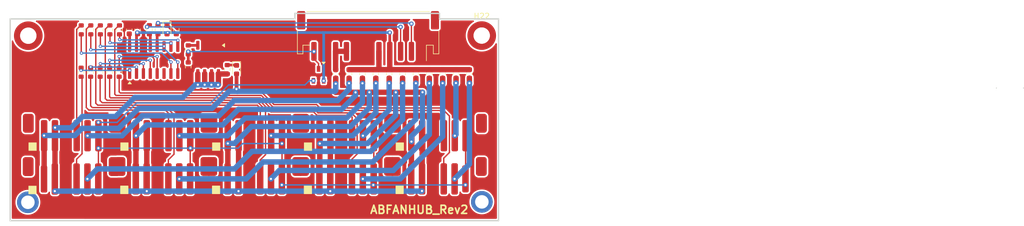
<source format=kicad_pcb>
(kicad_pcb (version 20211014) (generator pcbnew)
  (layers (0 "F.Cu" signal) (31 "B.Cu" signal) (34 "B.Paste" user) (35 "F.Paste" user) (36 "B.SilkS" user "B.Silkscreen") (37 "F.SilkS" user "F.Silkscreen") (38 "B.Mask" user) (39 "F.Mask" user) (44 "Edge.Cuts" user))
  (net 0 "")
  (net 1 "P31")
  (net 2 "P30")
  (net 3 "P33")
  (net 4 "GND")
  (net 5 "P11")
  (net 6 "P34")
  (net 7 "D+")
  (net 8 "P16")
  (net 9 "P17")
  (net 10 "V33")
  (net 11 "P32")
  (net 12 "P14")
  (net 13 "P15")
  (net 14 "+5V")
  (net 15 "G_FAN")
  (net 16 "STRIP10")
  (net 17 "STRIP9")
  (net 18 "STRIP8")
  (net 19 "STRIP7")
  (net 20 "STRIP6")
  (net 21 "STRIP5")
  (net 22 "STRIP4")
  (net 23 "STRIP3")
  (net 24 "STRIP2")
  (net 25 "STRIP1")
  (net 26 "+12VA")
  (net 27 "Net-(F1-Pad1)")
  (net 28 "Net-(F2-Pad1)")
  (net 29 "Net-(F3-Pad1)")
  (net 30 "Net-(F4-Pad1)")
  (net 31 "Net-(F5-Pad1)")
  (net 32 "Net-(F6-Pad1)")
  (net 33 "Net-(F7-Pad1)")
  (net 34 "Net-(F8-Pad1)")
  (net 35 "Net-(F9-Pad1)")
  (net 36 "Net-(F10-Pad1)")
  (net 37 "Net-(D3-Pad1)")
  (net 38 "Net-(D4-Pad1)")
  (net 39 "DM")
  (net 40 "PWM_Chasis")
  (net 41 "+12V")
  (net 42 "PWM_Out")
  (net 44 "DP")
  (net 45 "D-")
  (net 47 "PWM_Chasis_OUT")
  (footprint "PH2mm6P:JST_PH_B6B-PH-K_1x06_P2.00mm_Vertical" (layer "F.Cu") (at 179 74.39 180)
    (fp_text reference "J5" hide)
    (fp_text value "Conn_01x06")
  )
  (footprint "PH2mm6P:JST_PH_B6B-PH-K_1x06_P2.00mm_Vertical" (layer "F.Cu") (at 162.05 74.39 180)
    (fp_text reference "J6" hide)
    (fp_text value "Conn_01x06")
  )
  (footprint "PH2mm6P:JST_PH_B6B-PH-K_1x06_P2.00mm_Vertical" (layer "F.Cu") (at 145.1 74.39 180)
    (fp_text reference "J7" hide)
    (fp_text value "Conn_01x06")
  )
  (footprint "PH2mm6P:JST_PH_B6B-PH-K_1x06_P2.00mm_Vertical" (layer "F.Cu") (at 128.15 74.39 180)
    (fp_text reference "J8" hide)
    (fp_text value "Conn_01x06")
  )
  (footprint "PH2mm6P:JST_PH_B6B-PH-K_1x06_P2.00mm_Vertical" (layer "F.Cu") (at 111.2 74.415 180)
    (fp_text reference "J9" hide)
    (fp_text value "Conn_01x06")
  )
  (footprint "PH2mm6P:JST_PH_B6B-PH-K_1x06_P2.00mm_Vertical" (layer "F.Cu") (at 111.225 66.39 180)
    (fp_text reference "J10" hide)
    (fp_text value "Conn_01x06")
  )
  (footprint "PH2mm6P:JST_PH_B6B-PH-K_1x06_P2.00mm_Vertical" (layer "F.Cu") (at 128.175 66.39 180)
    (fp_text reference "J11" hide)
    (fp_text value "Conn_01x06")
  )
  (footprint "PH2mm6P:JST_PH_B6B-PH-K_1x06_P2.00mm_Vertical" (layer "F.Cu") (at 145.125 66.39 180)
    (fp_text reference "J12" hide)
    (fp_text value "Conn_01x06")
  )
  (footprint "PH2mm6P:JST_PH_B6B-PH-K_1x06_P2.00mm_Vertical" (layer "F.Cu") (at 162.075 66.39 180)
    (fp_text reference "J13" hide)
    (fp_text value "Conn_01x06")
  )
  (footprint "PH2mm6P:JST_PH_B6B-PH-K_1x06_P2.00mm_Vertical" (layer "F.Cu") (at 179.025 66.39 180)
    (fp_text reference "J14" hide)
    (fp_text value "Conn_01x06")
  )
  (footprint "Mounting_Wuerth:Mounting_Wuerth_WA-SMSI-M2_H1.5mm_9774015243" (layer "F.Cu") (at 187.075 80.34)
    (fp_text reference "H21" hide)
    (fp_text value "MountingHole")
  )
  (footprint "Mounting_Wuerth:Mounting_Wuerth_WA-SMSI-M2_H1.5mm_9774015243" (layer "F.Cu") (at 187.05 49.565)
    (fp_text reference "H22")
    (fp_text value "MountingHole" hide)
  )
  (footprint "Mounting_Wuerth:Mounting_Wuerth_WA-SMSI-M2_H1.5mm_9774015243" (layer "F.Cu") (at 103.325 49.59)
    (fp_text reference "H23" hide)
    (fp_text value "MountingHole")
  )
  (footprint "Mounting_Wuerth:Mounting_Wuerth_WA-SMSI-M2_H1.5mm_9774015243" (layer "F.Cu") (at 103.25 80.415)
    (fp_text reference "H24" hide)
    (fp_text value "MountingHole")
  )
  (footprint "Fuse:Fuse_0603_1608Metric" (layer "F.Cu") (at 160.09 56.6575 -90)
    (fp_text reference "F11" hide)
    (fp_text value "12v -5A")
  )
  (footprint "Capacitor_SMD:C_0603_1608Metric" (layer "F.Cu") (at 123.515 48.47 90)
    (fp_text reference "C7" hide)
    (fp_text value "106")
  )
  (footprint "Ambino Custom SIP:SOP-8_3.9x4.9mm_P1.27mm" (layer "F.Cu") (at 136.53 53.98 -90)
    (fp_text reference "Q1" hide)
    (fp_text value "AO4468")
  )
  (footprint "Resistor_SMD:R_0603_1608Metric" (layer "F.Cu") (at 132.86 52.2 90)
    (fp_text reference "R1" hide)
    (fp_text value "33R" hide)
  )
  (footprint "Connector_JST:JST_PH_S11B-PH-SM4-TB_1x11-1MP_P2.00mm_Horizontal" (layer "F.Cu") (at 166.07 49.63 180)
    (fp_text reference "J1" hide)
    (fp_text value "https://item.taobao.com/item.htm?spm=a230r.1.14.26.6bd9268cVFT1zz&id=650810526680&ns=1&abbucket=4#detail")
  )
  (footprint "Fuse:Fuse_0603_1608Metric" (layer "F.Cu") (at 177.367554 56.6575 90)
    (fp_text reference "F3" hide)
    (fp_text value "5v-1.5A" hide)
  )
  (footprint "Fuse:Fuse_0603_1608Metric" (layer "F.Cu") (at 169.962888 56.6575 90)
    (fp_text reference "F9" hide)
    (fp_text value "5v-1.5A" hide)
  )
  (footprint "Fuse:Fuse_0603_1608Metric" (layer "F.Cu") (at 179.835776 56.6575 90)
    (fp_text reference "F2" hide)
    (fp_text value "5v-1.5A" hide)
  )
  (footprint "Fuse:Fuse_0603_1608Metric" (layer "F.Cu") (at 167.494666 56.6575 90)
    (fp_text reference "F8" hide)
    (fp_text value "5v-1.5A" hide)
  )
  (footprint "Fuse:Fuse_0603_1608Metric" (layer "F.Cu") (at 174.899332 56.6575 90)
    (fp_text reference "F4" hide)
    (fp_text value "5v-1.5A" hide)
  )
  (footprint "Fuse:Fuse_0603_1608Metric" (layer "F.Cu") (at 162.558222 56.6575 90)
    (fp_text reference "F6" hide)
    (fp_text value "5v-1.5A" hide)
  )
  (footprint "Fuse:Fuse_0603_1608Metric" (layer "F.Cu") (at 165.026444 56.6575 90)
    (fp_text reference "F7" hide)
    (fp_text value "5v-1.5A" hide)
  )
  (footprint "Fuse:Fuse_0603_1608Metric" (layer "F.Cu") (at 182.303998 56.6575 90)
    (fp_text reference "F10" hide)
    (fp_text value "5v-1.5A" hide)
  )
  (footprint "Fuse:Fuse_0603_1608Metric" (layer "F.Cu") (at 184.772224 56.6575 90)
    (fp_text reference "F1" hide)
    (fp_text value "5v-1.5A" hide)
  )
  (footprint "Fuse:Fuse_0603_1608Metric" (layer "F.Cu") (at 172.43111 56.6575 90)
    (fp_text reference "F5" hide)
    (fp_text value "5v-1.5A" hide)
  )
  (footprint "Resistor_SMD:R_0603_1608Metric" (layer "F.Cu") (at 114.83275 56.35 -90)
    (fp_text reference "R9" hide)
    (fp_text value "220R")
  )
  (footprint "Resistor_SMD:R_0603_1608Metric" (layer "F.Cu") (at 116.63 48.51 90)
    (fp_text reference "R7" hide)
    (fp_text value "220R")
  )
  (footprint "Resistor_SMD:R_0603_1608Metric" (layer "F.Cu") (at 114.865 48.51 90)
    (fp_text reference "R11" hide)
    (fp_text value "220R" hide)
  )
  (footprint "Resistor_SMD:R_0603_1608Metric" (layer "F.Cu") (at 113.077 56.35 -90)
    (fp_text reference "R13" hide)
    (fp_text value "220R")
  )
  (footprint "Resistor_SMD:R_0603_1608Metric" (layer "F.Cu") (at 113.1 48.51 90)
    (fp_text reference "R15" hide)
    (fp_text value "220R")
  )
  (footprint "LED_SMD:LED_0603_1608Metric" (layer "F.Cu") (at 128.94 48.49 -90)
    (fp_text reference "D3" hide)
    (fp_text value "LED_BLUE" hide)
  )
  (footprint "LED_SMD:LED_0603_1608Metric" (layer "F.Cu") (at 141.78 55.865 -90)
    (fp_text reference "D4" hide)
    (fp_text value "LED_GREEN" hide)
  )
  (footprint "Resistor_SMD:R_0603_1608Metric" (layer "F.Cu") (at 140.06 55.845 -90)
    (fp_text reference "R21" hide)
    (fp_text value "1K" hide)
  )
  (footprint "Capacitor_SMD:C_0603_1608Metric" (layer "F.Cu") (at 121.965 48.47 90)
    (fp_text reference "C6" hide)
    (fp_text value "104")
  )
  (footprint "Resistor_SMD:R_0603_1608Metric" (layer "F.Cu") (at 130.65 48.48 90)
    (fp_text reference "R20" hide)
    (fp_text value "330R" hide)
  )
  (footprint "Resistor_SMD:R_0603_1608Metric" (layer "F.Cu") (at 116.5885 56.35 -90)
    (fp_text reference "R8" hide)
    (fp_text value "220R")
  )
  (footprint "Resistor_SMD:R_0603_1608Metric" (layer "F.Cu") (at 120.16 48.51 90)
    (fp_text reference "R14" hide)
    (fp_text value "220R")
  )
  (footprint "Resistor_SMD:R_0603_1608Metric" (layer "F.Cu") (at 120.1 56.35 -90)
    (fp_text reference "R16" hide)
    (fp_text value "220R")
  )
  (footprint "Resistor_SMD:R_0603_1608Metric" (layer "F.Cu") (at 118.395 48.51 90)
    (fp_text reference "R10" hide)
    (fp_text value "220R")
  )
  (footprint "Resistor_SMD:R_0603_1608Metric" (layer "F.Cu") (at 118.34425 56.35 -90)
    (fp_text reference "R12" hide)
    (fp_text value "220R")
  )
  (footprint "Package_SO:SOP-16_3.9x9.9mm_P1.27mm" (layer "F.Cu") (at 126.485 54.09 90)
    (fp_text reference "U1" hide)
    (fp_text value "Ch552_SOP16")
  )
  (footprint "Ambino Custom SIP:SOT-23-5" (layer "F.Cu") (at 156.92 56.83 -90)
    (fp_text reference "U2" hide)
    (fp_text value "SN74AHC1G125DBVR")
  )
  (footprint "Resistor_SMD:R_0603_1608Metric" (layer "F.Cu") (at 127.273 48.49 -90)
    (fp_text reference "R18" hide)
    (fp_text value "33R")
  )
  (footprint "Resistor_SMD:R_0603_1608Metric" (layer "F.Cu") (at 125.683 48.48 -90)
    (fp_text reference "R17" hide)
    (fp_text value "33R")
  )
  (footprint "Resistor_SMD:R_0603_1608Metric" (layer "F.Cu") (at 132.86 55.36 -90)
    (fp_text reference "R2" hide)
    (fp_text value "10K")
  )
  (gr_line (start 152.55802 46.48) (end 99.980018 46.48) (layer "Edge.Cuts") (width 0.25))
  (gr_curve (pts (xy 282.085051 59.27003) (xy 282.085051 59.27003) (xy 282.085051 59.27003) (xy 282.085051 59.27003)) (layer "Edge.Cuts") (width 0.2))
  (gr_line (start 179.256324 45.464009) (end 152.55802 45.464009) (layer "Edge.Cuts") (width 0.25))
  (gr_line (start 190.15 46.48) (end 179.256324 46.48) (layer "Edge.Cuts") (width 0.25))
  (gr_line (start 152.55802 45.464009) (end 152.55802 46.48) (layer "Edge.Cuts") (width 0.25))
  (gr_curve (pts (xy 287.085091 59.27003) (xy 287.085091 59.27003) (xy 287.085091 59.27003) (xy 287.085091 59.27003)) (layer "Edge.Cuts") (width 0.2))
  (gr_line (start 190.15 83.817951) (end 190.15 46.48) (layer "Edge.Cuts") (width 0.25))
  (gr_line (start 179.256324 46.48) (end 179.256324 45.464009) (layer "Edge.Cuts") (width 0.25))
  (gr_line (start 99.980018 83.817951) (end 190.15 83.817951) (layer "Edge.Cuts") (width 0.25))
  (gr_line (start 99.980018 46.48) (end 99.980018 83.817951) (layer "Edge.Cuts") (width 0.25))
  (gr_text "ABFANHUB_Rev2" (at 175.514 81.788) (layer "F.SilkS") (effects (font (size 1.5 1.5) (thickness 0.3))))
  (segment (start 113.1 52.76) (end 113.1 49.335) (width 0.25) (layer "F.Cu") (net 1))
  (segment (start 113.145489 52.805489) (end 113.1 52.76) (width 0.25) (layer "F.Cu") (net 1))
  (segment (start 129.66 54.49) (end 129.68 54.47) (width 0.25) (layer "F.Cu") (net 1))
  (segment (start 129.66 56.59) (end 129.66 54.49) (width 0.25) (layer "F.Cu") (net 1))
  (via (at 113.145489 52.805489) (size 0.6) (drill 0.3) (layers "F.Cu" "B.Cu") (net 1))
  (via (at 129.68 54.47) (size 0.6) (drill 0.3) (layers "F.Cu" "B.Cu") (net 1))
  (segment (start 129.68 54.47) (end 128.015489 52.805489) (width 0.25) (layer "B.Cu") (net 1))
  (segment (start 128.015489 52.805489) (end 113.145489 52.805489) (width 0.25) (layer "B.Cu") (net 1))
  (segment (start 114.87 52.180989) (end 114.865 52.175989) (width 0.25) (layer "F.Cu") (net 2))
  (segment (start 114.865 52.175989) (end 114.865 49.335) (width 0.25) (layer "F.Cu") (net 2))
  (segment (start 130.93 56.59) (end 130.93 54.49) (width 0.25) (layer "F.Cu") (net 2))
  (via (at 114.87 52.180989) (size 0.6) (drill 0.3) (layers "F.Cu" "B.Cu") (net 2))
  (via (at 130.93 54.49) (size 0.6) (drill 0.3) (layers "F.Cu" "B.Cu") (net 2))
  (segment (start 114.880989 52.17) (end 114.87 52.180989) (width 0.25) (layer "B.Cu") (net 2))
  (segment (start 130.93 54.49) (end 128.61 52.17) (width 0.25) (layer "B.Cu") (net 2))
  (segment (start 128.61 52.17) (end 114.880989 52.17) (width 0.25) (layer "B.Cu") (net 2))
  (segment (start 118.41 49.35) (end 118.395 49.335) (width 0.25) (layer "F.Cu") (net 3))
  (segment (start 118.41 50.86) (end 118.41 49.35) (width 0.25) (layer "F.Cu") (net 3))
  (segment (start 129.66 50.99) (end 129.66 51.59) (width 0.25) (layer "F.Cu") (net 3))
  (via (at 129.66 50.99) (size 0.6) (drill 0.3) (layers "F.Cu" "B.Cu") (net 3))
  (via (at 118.41 50.86) (size 0.6) (drill 0.3) (layers "F.Cu" "B.Cu") (net 3))
  (segment (start 129.66 50.99) (end 129.590989 50.920989) (width 0.25) (layer "B.Cu") (net 3))
  (segment (start 129.590989 50.920989) (end 118.470989 50.920989) (width 0.25) (layer "B.Cu") (net 3))
  (segment (start 118.470989 50.920989) (end 118.41 50.86) (width 0.25) (layer "B.Cu") (net 3))
  (segment (start 161.11 68.09) (end 161.11 76.065) (width 1) (layer "F.Cu") (net 4))
  (segment (start 124.58 48.76) (end 123.515 47.695) (width 0.5) (layer "F.Cu") (net 4))
  (segment (start 161.11 76.065) (end 161.085 76.09) (width 1) (layer "F.Cu") (net 4))
  (segment (start 144.16 68.09) (end 144.16 76.065) (width 1) (layer "F.Cu") (net 4))
  (segment (start 124.58 51.59) (end 124.58 48.76) (width 0.5) (layer "F.Cu") (net 4))
  (segment (start 123.515 47.695) (end 121.965 47.695) (width 0.5) (layer "F.Cu") (net 4))
  (segment (start 110.26 76.09) (end 110.235 76.115) (width 1) (layer "F.Cu") (net 4))
  (segment (start 127.21 76.065) (end 127.185 76.09) (width 1) (layer "F.Cu") (net 4))
  (segment (start 178.06 76.065) (end 178.035 76.09) (width 1) (layer "F.Cu") (net 4))
  (segment (start 158.07 52.48) (end 158.07 54.48) (width 0.5) (layer "F.Cu") (net 4))
  (segment (start 157.87 54.68) (end 157.87 55.73) (width 0.5) (layer "F.Cu") (net 4))
  (segment (start 178.06 68.09) (end 178.06 76.065) (width 1) (layer "F.Cu") (net 4))
  (segment (start 144.16 76.065) (end 144.135 76.09) (width 1) (layer "F.Cu") (net 4))
  (segment (start 158.07 54.48) (end 157.87 54.68) (width 0.5) (layer "F.Cu") (net 4))
  (segment (start 110.26 68.09) (end 110.26 76.09) (width 1) (layer "F.Cu") (net 4))
  (segment (start 127.21 68.09) (end 127.21 76.065) (width 1) (layer "F.Cu") (net 4))
  (segment (start 130.93 51.59) (end 130.93 50.46) (width 0.25) (layer "F.Cu") (net 5))
  (segment (start 120.18 49.355) (end 120.16 49.335) (width 0.25) (layer "F.Cu") (net 5))
  (segment (start 130.93 50.46) (end 130.95 50.44) (width 0.25) (layer "F.Cu") (net 5))
  (segment (start 120.18 50.296489) (end 120.18 49.355) (width 0.25) (layer "F.Cu") (net 5))
  (via (at 130.95 50.44) (size 0.6) (drill 0.3) (layers "F.Cu" "B.Cu") (net 5))
  (via (at 120.18 50.296489) (size 0.6) (drill 0.3) (layers "F.Cu" "B.Cu") (net 5))
  (segment (start 120.249 50.365489) (end 120.18 50.296489) (width 0.25) (layer "B.Cu") (net 5))
  (segment (start 130.95 50.44) (end 130.875489 50.365489) (width 0.25) (layer "B.Cu") (net 5))
  (segment (start 130.875489 50.365489) (end 120.249 50.365489) (width 0.25) (layer "B.Cu") (net 5))
  (segment (start 128.39 51.59) (end 128.39 51.5455) (width 0.25) (layer "F.Cu") (net 6))
  (segment (start 116.64 51.5455) (end 116.64 49.345) (width 0.25) (layer "F.Cu") (net 6))
  (segment (start 116.64 49.345) (end 116.63 49.335) (width 0.25) (layer "F.Cu") (net 6))
  (via (at 116.64 51.5455) (size 0.6) (drill 0.3) (layers "F.Cu" "B.Cu") (net 6))
  (via (at 128.39 51.5455) (size 0.6) (drill 0.3) (layers "F.Cu" "B.Cu") (net 6))
  (segment (start 128.39 51.5455) (end 116.64 51.5455) (width 0.25) (layer "B.Cu") (net 6))
  (segment (start 127.12 51.59) (end 127.12 49.468) (width 0.5) (layer "F.Cu") (net 7))
  (segment (start 127.12 49.468) (end 127.273 49.315) (width 0.5) (layer "F.Cu") (net 7))
  (segment (start 118.35 55.51925) (end 118.34425 55.525) (width 0.25) (layer "F.Cu") (net 8))
  (segment (start 118.35 54.140989) (end 118.35 55.51925) (width 0.25) (layer "F.Cu") (net 8))
  (segment (start 125.85 56.59) (end 125.85 54.14) (width 0.25) (layer "F.Cu") (net 8))
  (segment (start 125.85 54.14) (end 125.84 54.13) (width 0.25) (layer "F.Cu") (net 8))
  (via (at 125.84 54.13) (size 0.6) (drill 0.3) (layers "F.Cu" "B.Cu") (net 8))
  (via (at 118.35 54.140989) (size 0.6) (drill 0.3) (layers "F.Cu" "B.Cu") (net 8))
  (segment (start 125.834511 54.135489) (end 118.3555 54.135489) (width 0.25) (layer "B.Cu") (net 8))
  (segment (start 118.3555 54.135489) (end 118.35 54.140989) (width 0.25) (layer "B.Cu") (net 8))
  (segment (start 125.84 54.13) (end 125.834511 54.135489) (width 0.25) (layer "B.Cu") (net 8))
  (segment (start 120.11 53.43) (end 120.11 55.515) (width 0.25) (layer "F.Cu") (net 9))
  (segment (start 127.12 56.59) (end 127.12 53.45) (width 0.25) (layer "F.Cu") (net 9))
  (segment (start 127.12 53.45) (end 127.11 53.44) (width 0.25) (layer "F.Cu") (net 9))
  (segment (start 120.11 55.515) (end 120.1 55.525) (width 0.25) (layer "F.Cu") (net 9))
  (via (at 127.11 53.44) (size 0.6) (drill 0.3) (layers "F.Cu" "B.Cu") (net 9))
  (via (at 120.11 53.43) (size 0.6) (drill 0.3) (layers "F.Cu" "B.Cu") (net 9))
  (segment (start 120.12 53.44) (end 120.11 53.43) (width 0.25) (layer "B.Cu") (net 9))
  (segment (start 127.11 53.44) (end 120.12 53.44) (width 0.25) (layer "B.Cu") (net 9))
  (segment (start 122.04 49.32) (end 121.965 49.245) (width 0.5) (layer "F.Cu") (net 10))
  (segment (start 122.04 51.59) (end 122.04 49.32) (width 0.5) (layer "F.Cu") (net 10))
  (segment (start 113.07 56) (end 113.077 55.993) (width 0.25) (layer "F.Cu") (net 11))
  (segment (start 113.077 55.993) (end 113.077 55.525) (width 0.25) (layer "F.Cu") (net 11))
  (segment (start 122.04 56.59) (end 122.04 56.0245) (width 0.25) (layer "F.Cu") (net 11))
  (segment (start 122.04 56.0245) (end 122.05 56.0145) (width 0.25) (layer "F.Cu") (net 11))
  (segment (start 113.09 55.512) (end 113.077 55.525) (width 0.25) (layer "F.Cu") (net 11))
  (via (at 122.05 56.0145) (size 0.6) (drill 0.3) (layers "F.Cu" "B.Cu") (net 11))
  (via (at 113.07 56) (size 0.6) (drill 0.3) (layers "F.Cu" "B.Cu") (net 11))
  (segment (start 113.08 56.01) (end 114.576807 56.01) (width 0.25) (layer "B.Cu") (net 11))
  (segment (start 115.098682 56.014511) (end 115.103193 56.01) (width 0.25) (layer "B.Cu") (net 11))
  (segment (start 114.581318 56.014511) (end 115.098682 56.014511) (width 0.25) (layer "B.Cu") (net 11))
  (segment (start 122.0455 56.01) (end 122.05 56.0145) (width 0.25) (layer "B.Cu") (net 11))
  (segment (start 113.07 56) (end 113.08 56.01) (width 0.25) (layer "B.Cu") (net 11))
  (segment (start 114.576807 56.01) (end 114.581318 56.014511) (width 0.25) (layer "B.Cu") (net 11))
  (segment (start 115.103193 56.01) (end 122.0455 56.01) (width 0.25) (layer "B.Cu") (net 11))
  (segment (start 114.84 55.39) (end 114.84 55.51775) (width 0.25) (layer "F.Cu") (net 12))
  (segment (start 123.31 55.4) (end 123.3 55.39) (width 0.25) (layer "F.Cu") (net 12))
  (segment (start 123.31 56.59) (end 123.31 55.4) (width 0.25) (layer "F.Cu") (net 12))
  (segment (start 114.84 55.51775) (end 114.83275 55.525) (width 0.25) (layer "F.Cu") (net 12))
  (segment (start 114.81 55.50225) (end 114.83275 55.525) (width 0.25) (layer "F.Cu") (net 12))
  (via (at 123.3 55.39) (size 0.6) (drill 0.3) (layers "F.Cu" "B.Cu") (net 12))
  (via (at 114.84 55.39) (size 0.6) (drill 0.3) (layers "F.Cu" "B.Cu") (net 12))
  (segment (start 123.3 55.39) (end 114.84 55.39) (width 0.25) (layer "B.Cu") (net 12))
  (segment (start 124.58 56.59) (end 124.58 54.76) (width 0.25) (layer "F.Cu") (net 13))
  (segment (start 116.64 55.4735) (end 116.5885 55.525) (width 0.25) (layer "F.Cu") (net 13))
  (segment (start 116.64 54.7655) (end 116.64 55.4735) (width 0.25) (layer "F.Cu") (net 13))
  (via (at 124.58 54.76) (size 0.6) (drill 0.3) (layers "F.Cu" "B.Cu") (net 13))
  (via (at 116.64 54.7655) (size 0.6) (drill 0.3) (layers "F.Cu" "B.Cu") (net 13))
  (segment (start 124.58 54.76) (end 124.574511 54.765489) (width 0.25) (layer "B.Cu") (net 13))
  (segment (start 124.574511 54.765489) (end 116.640011 54.765489) (width 0.25) (layer "B.Cu") (net 13))
  (segment (start 116.640011 54.765489) (end 116.64 54.7655) (width 0.25) (layer "B.Cu") (net 13))
  (segment (start 170.06 49.01) (end 170.07 49.02) (width 0.5) (layer "F.Cu") (net 14))
  (segment (start 170.07 55.762888) (end 169.962888 55.87) (width 0.5) (layer "F.Cu") (net 14))
  (segment (start 157.87 58) (end 157.87 57.93) (width 0.25) (layer "F.Cu") (net 14))
  (segment (start 123.31 51.59) (end 123.31 49.45) (width 0.5) (layer "F.Cu") (net 14))
  (segment (start 167.93 55.87) (end 184.772224 55.87) (width 1) (layer "F.Cu") (net 14))
  (segment (start 123.31 49.45) (end 123.515 49.245) (width 0.5) (layer "F.Cu") (net 14))
  (segment (start 170.07 52.48) (end 170.07 55.762888) (width 1) (layer "F.Cu") (net 14))
  (segment (start 168.07 55.73) (end 167.93 55.87) (width 1) (layer "F.Cu") (net 14))
  (segment (start 123.45 49) (end 123.45 49.18) (width 0.5) (layer "F.Cu") (net 14))
  (segment (start 162.558222 55.87) (end 167.93 55.87) (width 1) (layer "F.Cu") (net 14))
  (segment (start 170.07 49.02) (end 170.07 52.48) (width 0.5) (layer "F.Cu") (net 14))
  (segment (start 123.45 49.18) (end 123.515 49.245) (width 0.5) (layer "F.Cu") (net 14))
  (segment (start 168.07 52.48) (end 168.07 55.73) (width 1) (layer "F.Cu") (net 14))
  (via (at 123.45 49) (size 0.8) (drill 0.4) (layers "F.Cu" "B.Cu") (net 14))
  (via (at 170.06 49.01) (size 0.8) (drill 0.4) (layers "F.Cu" "B.Cu") (net 14))
  (via (at 129.06 49.01) (size 0.6) (drill 0.3) (layers "F.Cu" "B.Cu") (net 14))
  (via (at 157.87 57.93) (size 0.8) (drill 0.4) (layers "F.Cu" "B.Cu") (net 14))
  (segment (start 170.06 49.01) (end 160.21 49.01) (width 0.5) (layer "B.Cu") (net 14))
  (segment (start 160.21 49.01) (end 158.16 49.01) (width 0.5) (layer "B.Cu") (net 14))
  (segment (start 157.87 49.17) (end 157.71 49.01) (width 0.5) (layer "B.Cu") (net 14))
  (segment (start 123.46 49.01) (end 123.45 49) (width 0.5) (layer "B.Cu") (net 14))
  (segment (start 129.06 49.01) (end 123.46 49.01) (width 0.5) (layer "B.Cu") (net 14))
  (segment (start 157.87 57.93) (end 157.87 49.17) (width 0.5) (layer "B.Cu") (net 14))
  (segment (start 157.71 49.01) (end 129.06 49.01) (width 0.5) (layer "B.Cu") (net 14))
  (segment (start 158.16 49.01) (end 157.71 49.01) (width 0.5) (layer "B.Cu") (net 14))
  (segment (start 159.12 49.01) (end 160.21 49.01) (width 0.25) (layer "B.Cu") (net 14))
  (segment (start 138.5 56.67) (end 138.435 56.605) (width 1) (layer "F.Cu") (net 15))
  (segment (start 137.165 56.605) (end 137.165 58.625) (width 1) (layer "F.Cu") (net 15))
  (segment (start 108.255 76.09) (end 108.23 76.115) (width 1) (layer "F.Cu") (net 15))
  (segment (start 176.02 76.1) (end 176.03 76.09) (width 1) (layer "F.Cu") (net 15))
  (segment (start 108.23 78.34) (end 108.22 78.35) (width 1) (layer "F.Cu") (net 15))
  (segment (start 125.205 76.065) (end 125.18 76.09) (width 1) (layer "F.Cu") (net 15))
  (segment (start 108.255 68.09) (end 108.255 76.09) (width 1) (layer "F.Cu") (net 15))
  (segment (start 108.255 68.09) (end 108.255 66.615) (width 1) (layer "F.Cu") (net 15))
  (segment (start 135.895 56.605) (end 135.895 58.655) (width 1) (layer "F.Cu") (net 15))
  (segment (start 135.895 58.655) (end 135.89 58.66) (width 1) (layer "F.Cu") (net 15))
  (segment (start 138.435 56.605) (end 138.435 58.605) (width 1) (layer "F.Cu") (net 15))
  (segment (start 137.165 58.625) (end 137.13 58.66) (width 1) (layer "F.Cu") (net 15))
  (segment (start 134.625 56.605) (end 134.625 58.655) (width 1) (layer "F.Cu") (net 15))
  (segment (start 108.23 76.115) (end 108.23 78.34) (width 1) (layer "F.Cu") (net 15))
  (segment (start 142.155 76.065) (end 142.13 76.09) (width 1) (layer "F.Cu") (net 15))
  (segment (start 140.06 56.67) (end 138.5 56.67) (width 1) (layer "F.Cu") (net 15))
  (segment (start 138.435 58.605) (end 138.37 58.67) (width 1) (layer "F.Cu") (net 15))
  (segment (start 159.105 68.09) (end 159.105 76.065) (width 1) (layer "F.Cu") (net 15))
  (segment (start 176.02 78.32) (end 176.02 76.1) (width 1) (layer "F.Cu") (net 15))
  (segment (start 134.625 58.655) (end 134.63 58.66) (width 1) (layer "F.Cu") (net 15))
  (segment (start 176.055 76.065) (end 176.03 76.09) (width 1) (layer "F.Cu") (net 15))
  (segment (start 159.105 76.065) (end 159.08 76.09) (width 1) (layer "F.Cu") (net 15))
  (segment (start 125.205 68.09) (end 125.205 76.065) (width 1) (layer "F.Cu") (net 15))
  (segment (start 142.155 68.09) (end 142.155 76.065) (width 1) (layer "F.Cu") (net 15))
  (segment (start 108.255 66.615) (end 108.27 66.6) (width 1) (layer "F.Cu") (net 15))
  (segment (start 176.055 68.09) (end 176.055 76.065) (width 1) (layer "F.Cu") (net 15))
  (via (at 108.27 66.6) (size 0.8) (drill 0.4) (layers "F.Cu" "B.Cu") (net 15))
  (via (at 125.2 78.35) (size 0.8) (drill 0.4) (layers "F.Cu" "B.Cu") (net 15))
  (via (at 108.22 78.35) (size 0.8) (drill 0.4) (layers "F.Cu" "B.Cu") (net 15))
  (via (at 134.63 58.66) (size 0.8) (drill 0.4) (layers "F.Cu" "B.Cu") (net 15))
  (via (at 142.14 78.35) (size 0.8) (drill 0.4) (layers "F.Cu" "B.Cu") (net 15))
  (via (at 137.13 58.66) (size 0.8) (drill 0.4) (layers "F.Cu" "B.Cu") (net 15))
  (via (at 135.89 58.66) (size 0.8) (drill 0.4) (layers "F.Cu" "B.Cu") (net 15))
  (via (at 159.08 78.35) (size 0.8) (drill 0.4) (layers "F.Cu" "B.Cu") (net 15))
  (via (at 176.02 78.32) (size 0.8) (drill 0.4) (layers "F.Cu" "B.Cu") (net 15))
  (via (at 138.37 58.67) (size 0.8) (drill 0.4) (layers "F.Cu" "B.Cu") (net 15))
  (segment (start 134.18 58.67) (end 138.37 58.67) (width 1) (layer "B.Cu") (net 15))
  (segment (start 134.63 58.66) (end 135.89 58.66) (width 0.5) (layer "B.Cu") (net 15))
  (segment (start 113.329011 64.530989) (end 119.459011 64.530989) (width 1) (layer "B.Cu") (net 15))
  (segment (start 137.13 58.66) (end 138.36 58.66) (width 1) (layer "B.Cu") (net 15))
  (segment (start 175.99 78.35) (end 176.02 78.32) (width 1) (layer "B.Cu") (net 15))
  (segment (start 108.3 66.63) (end 111.23 66.63) (width 1) (layer "B.Cu") (net 15))
  (segment (start 131.85 61) (end 134.18 58.67) (width 1) (layer "B.Cu") (net 15))
  (segment (start 125.2 78.35) (end 142.14 78.35) (width 1) (layer "B.Cu") (net 15))
  (segment (start 119.459011 64.530989) (end 122.99 61) (width 1) (layer "B.Cu") (net 15))
  (segment (start 135.89 58.66) (end 137.13 58.66) (width 1) (layer "B.Cu") (net 15))
  (segment (start 108.27 66.6) (end 108.3 66.63) (width 1) (layer "B.Cu") (net 15))
  (segment (start 108.22 78.35) (end 125.2 78.35) (width 1) (layer "B.Cu") (net 15))
  (segment (start 142.14 78.35) (end 159.08 78.35) (width 1) (layer "B.Cu") (net 15))
  (segment (start 138.36 58.66) (end 138.37 58.67) (width 1) (layer "B.Cu") (net 15))
  (segment (start 159.08 78.35) (end 175.99 78.35) (width 1) (layer "B.Cu") (net 15))
  (segment (start 122.99 61) (end 131.85 61) (width 1) (layer "B.Cu") (net 15))
  (segment (start 111.23 66.63) (end 113.329011 64.530989) (width 1) (layer "B.Cu") (net 15))
  (segment (start 181.09 71.2) (end 180.04 72.25) (width 0.25) (layer "F.Cu") (net 16))
  (segment (start 146.543356 60.19192) (end 148.692876 62.34144) (width 0.25) (layer "F.Cu") (net 16))
  (segment (start 181.09 64.45) (end 181.09 71.2) (width 0.25) (layer "F.Cu") (net 16))
  (segment (start 156.558594 62.34144) (end 157.188594 62.97144) (width 0.25) (layer "F.Cu") (net 16))
  (segment (start 148.692876 62.34144) (end 156.558594 62.34144) (width 0.25) (layer "F.Cu") (net 16))
  (segment (start 179.61144 62.97144) (end 181.09 64.45) (width 0.25) (layer "F.Cu") (net 16))
  (segment (start 180.04 72.25) (end 180.04 76.09) (width 0.25) (layer "F.Cu") (net 16))
  (segment (start 120.1 59.97) (end 120.32192 60.19192) (width 0.25) (layer "F.Cu") (net 16))
  (segment (start 120.1 57.175) (end 120.1 59.97) (width 0.25) (layer "F.Cu") (net 16))
  (segment (start 157.188594 62.97144) (end 179.61144 62.97144) (width 0.25) (layer "F.Cu") (net 16))
  (segment (start 120.32192 60.19192) (end 146.543356 60.19192) (width 0.25) (layer "F.Cu") (net 16))
  (segment (start 120.075 47.685) (end 120.16 47.685) (width 0.25) (layer "F.Cu") (net 17))
  (segment (start 146.357158 60.64144) (end 119.53144 60.64144) (width 0.25) (layer "F.Cu") (net 17))
  (segment (start 179.35096 63.42096) (end 157.002396 63.42096) (width 0.25) (layer "F.Cu") (net 17))
  (segment (start 180.065 68.09) (end 180.065 64.135) (width 0.25) (layer "F.Cu") (net 17))
  (segment (start 119.30048 48.45952) (end 120.075 47.685) (width 0.25) (layer "F.Cu") (net 17))
  (segment (start 180.065 64.135) (end 179.35096 63.42096) (width 0.25) (layer "F.Cu") (net 17))
  (segment (start 156.372396 62.79096) (end 148.506678 62.79096) (width 0.25) (layer "F.Cu") (net 17))
  (segment (start 148.506678 62.79096) (end 146.357158 60.64144) (width 0.25) (layer "F.Cu") (net 17))
  (segment (start 119.30048 60.41048) (end 119.30048 48.45952) (width 0.25) (layer "F.Cu") (net 17))
  (segment (start 157.002396 63.42096) (end 156.372396 62.79096) (width 0.25) (layer "F.Cu") (net 17))
  (segment (start 119.53144 60.64144) (end 119.30048 60.41048) (width 0.25) (layer "F.Cu") (net 17))
  (segment (start 130.40096 61.09096) (end 146.17096 61.09096) (width 0.25) (layer "F.Cu") (net 18))
  (segment (start 162.966198 63.87048) (end 164.03952 64.943802) (width 0.25) (layer "F.Cu") (net 18))
  (segment (start 164.03952 64.943802) (end 164.03952 71.50048) (width 0.25) (layer "F.Cu") (net 18))
  (segment (start 164.03952 71.50048) (end 163.09 72.45) (width 0.25) (layer "F.Cu") (net 18))
  (segment (start 156.186198 63.24048) (end 156.816198 63.87048) (width 0.25) (layer "F.Cu") (net 18))
  (segment (start 156.816198 63.87048) (end 162.966198 63.87048) (width 0.25) (layer "F.Cu") (net 18))
  (segment (start 163.09 72.45) (end 163.09 76.09) (width 0.25) (layer "F.Cu") (net 18))
  (segment (start 148.32048 63.24048) (end 156.186198 63.24048) (width 0.25) (layer "F.Cu") (net 18))
  (segment (start 118.53096 61.09096) (end 130.46096 61.09096) (width 0.25) (layer "F.Cu") (net 18))
  (segment (start 118.34425 57.175) (end 118.34425 60.90425) (width 0.25) (layer "F.Cu") (net 18))
  (segment (start 118.34425 60.90425) (end 118.53096 61.09096) (width 0.25) (layer "F.Cu") (net 18))
  (segment (start 146.17096 61.09096) (end 148.32048 63.24048) (width 0.25) (layer "F.Cu") (net 18))
  (segment (start 117.54473 48.38527) (end 118.245 47.685) (width 0.25) (layer "F.Cu") (net 19))
  (segment (start 163.115 68.09) (end 163.115 64.655) (width 0.25) (layer "F.Cu") (net 19))
  (segment (start 117.54473 61.22473) (end 117.54473 48.38527) (width 0.25) (layer "F.Cu") (net 19))
  (segment (start 162.78 64.32) (end 156.63 64.32) (width 0.25) (layer "F.Cu") (net 19))
  (segment (start 156.63 64.32) (end 156 63.69) (width 0.25) (layer "F.Cu") (net 19))
  (segment (start 148.134282 63.69) (end 145.984762 61.54048) (width 0.25) (layer "F.Cu") (net 19))
  (segment (start 145.984762 61.54048) (end 117.86048 61.54048) (width 0.25) (layer "F.Cu") (net 19))
  (segment (start 156 63.69) (end 148.134282 63.69) (width 0.25) (layer "F.Cu") (net 19))
  (segment (start 118.245 47.685) (end 118.395 47.685) (width 0.25) (layer "F.Cu") (net 19))
  (segment (start 163.115 64.655) (end 162.78 64.32) (width 0.25) (layer "F.Cu") (net 19))
  (segment (start 117.86048 61.54048) (end 117.54473 61.22473) (width 0.25) (layer "F.Cu") (net 19))
  (segment (start 146.14 72.6) (end 146.14 76.09) (width 0.25) (layer "F.Cu") (net 20))
  (segment (start 145.798564 61.99) (end 147.13 63.321436) (width 0.25) (layer "F.Cu") (net 20))
  (segment (start 147.13 63.321436) (end 147.13 71.61) (width 0.25) (layer "F.Cu") (net 20))
  (segment (start 116.98 61.99) (end 145.798564 61.99) (width 0.25) (layer "F.Cu") (net 20))
  (segment (start 116.5885 61.5985) (end 116.98 61.99) (width 0.25) (layer "F.Cu") (net 20))
  (segment (start 116.5885 57.175) (end 116.5885 61.5985) (width 0.25) (layer "F.Cu") (net 20))
  (segment (start 147.13 71.61) (end 146.14 72.6) (width 0.25) (layer "F.Cu") (net 20))
  (segment (start 115.78898 48.40102) (end 116.505 47.685) (width 0.25) (layer "F.Cu") (net 21))
  (segment (start 115.78898 62.08898) (end 115.78898 48.40102) (width 0.25) (layer "F.Cu") (net 21))
  (segment (start 116.15 62.45) (end 115.78898 62.08898) (width 0.25) (layer "F.Cu") (net 21))
  (segment (start 145.622846 62.45) (end 116.15 62.45) (width 0.25) (layer "F.Cu") (net 21))
  (segment (start 146.165 68.09) (end 146.165 62.992154) (width 0.25) (layer "F.Cu") (net 21))
  (segment (start 146.165 62.992154) (end 145.622846 62.45) (width 0.25) (layer "F.Cu") (net 21))
  (segment (start 116.505 47.685) (end 116.63 47.685) (width 0.25) (layer "F.Cu") (net 21))
  (segment (start 114.83275 62.56275) (end 115.16952 62.89952) (width 0.25) (layer "F.Cu") (net 22))
  (segment (start 114.83275 57.175) (end 114.83275 62.56275) (width 0.25) (layer "F.Cu") (net 22))
  (segment (start 130.23 71.52) (end 129.19 72.56) (width 0.25) (layer "F.Cu") (net 22))
  (segment (start 115.16952 62.89952) (end 128.90952 62.89952) (width 0.25) (layer "F.Cu") (net 22))
  (segment (start 129.19 72.56) (end 129.19 76.09) (width 0.25) (layer "F.Cu") (net 22))
  (segment (start 128.90952 62.89952) (end 130.23 64.22) (width 0.25) (layer "F.Cu") (net 22))
  (segment (start 130.23 64.22) (end 130.23 71.52) (width 0.25) (layer "F.Cu") (net 22))
  (segment (start 114.03323 62.88323) (end 114.03323 48.37677) (width 0.25) (layer "F.Cu") (net 23))
  (segment (start 114.725 47.685) (end 114.865 47.685) (width 0.25) (layer "F.Cu") (net 23))
  (segment (start 114.03323 48.37677) (end 114.725 47.685) (width 0.25) (layer "F.Cu") (net 23))
  (segment (start 129.215 63.935) (end 128.62904 63.34904) (width 0.25) (layer "F.Cu") (net 23))
  (segment (start 129.215 68.09) (end 129.215 63.935) (width 0.25) (layer "F.Cu") (net 23))
  (segment (start 114.49904 63.34904) (end 114.03323 62.88323) (width 0.25) (layer "F.Cu") (net 23))
  (segment (start 128.62904 63.34904) (end 114.49904 63.34904) (width 0.25) (layer "F.Cu") (net 23))
  (segment (start 113.077 57.175) (end 113.25 57.348) (width 0.25) (layer "F.Cu") (net 24))
  (segment (start 113.25 71.44) (end 112.24 72.45) (width 0.25) (layer "F.Cu") (net 24))
  (segment (start 112.24 72.45) (end 112.24 76.115) (width 0.25) (layer "F.Cu") (net 24))
  (segment (start 113.25 57.348) (end 113.25 71.44) (width 0.25) (layer "F.Cu") (net 24))
  (segment (start 112.265 48.425) (end 113.005 47.685) (width 0.25) (layer "F.Cu") (net 25))
  (segment (start 113.005 47.685) (end 113.1 47.685) (width 0.25) (layer "F.Cu") (net 25))
  (segment (start 112.265 68.09) (end 112.265 48.425) (width 0.25) (layer "F.Cu") (net 25))
  (segment (start 174.07 69.19) (end 174.07 68.11) (width 1) (layer "F.Cu") (net 26))
  (segment (start 160.09 57.445) (end 160.09 58.47) (width 1) (layer "F.Cu") (net 26))
  (segment (start 174.07 68.11) (end 174.05 68.09) (width 1) (layer "F.Cu") (net 26))
  (segment (start 106.25 76.09) (end 106.225 76.115) (width 1) (layer "F.Cu") (net 26))
  (segment (start 166.81 60.06) (end 174.52 60.06) (width 1) (layer "F.Cu") (net 26))
  (segment (start 157.15 68.14) (end 157.1 68.09) (width 1) (layer "F.Cu") (net 26))
  (segment (start 157.15 76.015) (end 157.075 76.09) (width 1) (layer "F.Cu") (net 26))
  (segment (start 140.17 69.52) (end 140.17 68.11) (width 1) (layer "F.Cu") (net 26))
  (segment (start 174.52 60.06) (end 176.11 60.06) (width 1) (layer "F.Cu") (net 26))
  (segment (start 106.24 68.08) (end 106.25 68.09) (width 1) (layer "F.Cu") (net 26))
  (segment (start 141.78 59.44742) (end 141.76 59.46742) (width 0.7) (layer "F.Cu") (net 26))
  (segment (start 157.15 69.54) (end 157.15 68.14) (width 1) (layer "F.Cu") (net 26))
  (segment (start 174.07 76.045) (end 174.025 76.09) (width 1) (layer "F.Cu") (net 26))
  (segment (start 123.21 68.09) (end 123.2 68.09) (width 1) (layer "F.Cu") (net 26))
  (segment (start 174.07 69.19) (end 174.07 76.045) (width 1) (layer "F.Cu") (net 26))
  (segment (start 160.09 58.47) (end 160.09 60.06) (width 1) (layer "F.Cu") (net 26))
  (segment (start 123.2 68.09) (end 123.2 76.065) (width 1) (layer "F.Cu") (net 26))
  (segment (start 140.17 76.045) (end 140.125 76.09) (width 1) (layer "F.Cu") (net 26))
  (segment (start 140.17 69.52) (end 140.17 76.045) (width 1) (layer "F.Cu") (net 26))
  (segment (start 106.25 68.09) (end 106.25 76.09) (width 1) (layer "F.Cu") (net 26))
  (segment (start 123.2 76.065) (end 123.175 76.09) (width 1) (layer "F.Cu") (net 26))
  (segment (start 106.24 68.06) (end 106.24 68.08) (width 1) (layer "F.Cu") (net 26))
  (segment (start 141.78 56.6525) (end 141.78 59.44742) (width 0.7) (layer "F.Cu") (net 26))
  (segment (start 160.09 60.06) (end 166.81 60.06) (width 1) (layer "F.Cu") (net 26))
  (segment (start 157.15 69.54) (end 157.15 76.015) (width 1) (layer "F.Cu") (net 26))
  (segment (start 140.17 68.11) (end 140.15 68.09) (width 1) (layer "F.Cu") (net 26))
  (via (at 176.12 60.05) (size 0.8) (drill 0.4) (layers "F.Cu" "B.Cu") (net 26))
  (via (at 163.75 60.08) (size 0.8) (drill 0.4) (layers "F.Cu" "B.Cu") (net 26))
  (via (at 166.30048 60.06) (size 0.8) (drill 0.4) (layers "F.Cu" "B.Cu") (net 26))
  (via (at 106.24 68.06) (size 0.8) (drill 0.4) (layers "F.Cu" "B.Cu") (net 26))
  (via (at 160.09 58.47) (size 0.8) (drill 0.4) (layers "F.Cu" "B.Cu") (net 26))
  (via (at 123.21 68.09) (size 0.8) (drill 0.4) (layers "F.Cu" "B.Cu") (net 26))
  (via (at 157.15 69.54) (size 0.8) (drill 0.4) (layers "F.Cu" "B.Cu") (net 26))
  (via (at 171.18 60.07) (size 0.8) (drill 0.4) (layers "F.Cu" "B.Cu") (net 26))
  (via (at 174.07 69.19) (size 0.8) (drill 0.4) (layers "F.Cu" "B.Cu") (net 26))
  (via (at 141.76 59.46742) (size 0.8) (drill 0.4) (layers "F.Cu" "B.Cu") (net 26))
  (via (at 140.17 69.52) (size 0.8) (drill 0.4) (layers "F.Cu" "B.Cu") (net 26))
  (segment (start 176.12 61.3) (end 176.11 61.31) (width 1) (layer "B.Cu") (net 26))
  (segment (start 159.95 59.88) (end 141.93 59.88) (width 1) (layer "B.Cu") (net 26))
  (segment (start 160.09 58.47) (end 160.09 59.74) (width 1) (layer "B.Cu") (net 26))
  (segment (start 166.29 60.07048) (end 166.30048 60.06) (width 1) (layer "B.Cu") (net 26))
  (segment (start 171.16 64.34) (end 165.96 69.54) (width 1) (layer "B.Cu") (net 26))
  (segment (start 141.76 59.71) (end 141.93 59.88) (width 0.25) (layer "B.Cu") (net 26))
  (segment (start 171.16 61.31) (end 171.16 64.34) (width 1) (layer "B.Cu") (net 26))
  (segment (start 139.24 66.1) (end 125.2 66.1) (width 1) (layer "B.Cu") (net 26))
  (segment (start 140.4 59.88) (end 137.24 63.04) (width 1) (layer "B.Cu") (net 26))
  (segment (start 163.75 60.08) (end 163.75 60.64) (width 1) (layer "B.Cu") (net 26))
  (segment (start 120.01 66.73) (end 113.25 66.73) (width 1) (layer "B.Cu") (net 26))
  (segment (start 166.29 62.93) (end 162.82 66.4) (width 1) (layer "B.Cu") (net 26))
  (segment (start 171.16 60.09) (end 171.18 60.07) (width 1) (layer "B.Cu") (net 26))
  (segment (start 166.29 61.31) (end 166.29 60.07048) (width 1) (layer "B.Cu") (net 26))
  (segment (start 176.11 66.15) (end 174.07 68.19) (width 1) (layer "B.Cu") (net 26))
  (segment (start 123.7 63.04) (end 120.01 66.73) (width 1) (layer "B.Cu") (net 26))
  (segment (start 137.24 63.04) (end 123.7 63.04) (width 1) (layer "B.Cu") (net 26))
  (segment (start 165.96 69.54) (end 157.15 69.54) (width 1) (layer "B.Cu") (net 26))
  (segment (start 171.16 61.31) (end 171.16 60.09) (width 1) (layer "B.Cu") (net 26))
  (segment (start 111.92 68.06) (end 106.24 68.06) (width 1) (layer "B.Cu") (net 26))
  (segment (start 160.09 59.74) (end 159.95 59.88) (width 1) (layer "B.Cu") (net 26))
  (segment (start 141.76 59.46742) (end 141.76 59.71) (width 0.25) (layer "B.Cu") (net 26))
  (segment (start 166.29 61.31) (end 166.29 62.93) (width 1) (layer "B.Cu") (net 26))
  (segment (start 140.18 69.51) (end 140.17 69.52) (width 1) (layer "B.Cu") (net 26))
  (segment (start 141.42 69.51) (end 140.18 69.51) (width 1) (layer "B.Cu") (net 26))
  (segment (start 125.2 66.1) (end 123.21 68.09) (width 1) (layer "B.Cu") (net 26))
  (segment (start 176.12 60.05) (end 176.12 61.3) (width 1) (layer "B.Cu") (net 26))
  (segment (start 142.13 63.21) (end 139.24 66.1) (width 1) (layer "B.Cu") (net 26))
  (segment (start 161.18 63.21) (end 142.13 63.21) (width 1) (layer "B.Cu") (net 26))
  (segment (start 163.75 60.64) (end 161.18 63.21) (width 1) (layer "B.Cu") (net 26))
  (segment (start 162.82 66.4) (end 144.53 66.4) (width 1) (layer "B.Cu") (net 26))
  (segment (start 176.11 61.31) (end 176.11 66.15) (width 1) (layer "B.Cu") (net 26))
  (segment (start 113.25 66.73) (end 111.92 68.06) (width 1) (layer "B.Cu") (net 26))
  (segment (start 144.53 66.4) (end 141.42 69.51) (width 1) (layer "B.Cu") (net 26))
  (segment (start 141.93 59.88) (end 140.4 59.88) (width 1) (layer "B.Cu") (net 26))
  (segment (start 174.07 68.19) (end 174.07 69.19) (width 1) (layer "B.Cu") (net 26))
  (segment (start 184.772224 58.352224) (end 184.78 58.36) (width 1) (layer "F.Cu") (net 27))
  (segment (start 184.772224 57.445) (end 184.772224 58.352224) (width 1) (layer "F.Cu") (net 27))
  (via (at 182.04 76.09) (size 0.8) (drill 0.4) (layers "F.Cu" "B.Cu") (net 27))
  (via (at 184.78 58.36) (size 0.8) (drill 0.4) (layers "F.Cu" "B.Cu") (net 27))
  (segment (start 184.78 73.35) (end 182.04 76.09) (width 1) (layer "B.Cu") (net 27))
  (segment (start 184.78 58.36) (end 184.78 73.35) (width 1) (layer "B.Cu") (net 27))
  (segment (start 179.835776 58.364224) (end 179.83 58.37) (width 1) (layer "F.Cu") (net 28))
  (segment (start 179.835776 57.445) (end 179.835776 58.364224) (width 1) (layer "F.Cu") (net 28))
  (via (at 165.1 76.09) (size 0.8) (drill 0.4) (layers "F.Cu" "B.Cu") (net 28))
  (via (at 179.83 58.37) (size 0.8) (drill 0.4) (layers "F.Cu" "B.Cu") (net 28))
  (segment (start 179.83 58.37) (end 179.83 68.25) (width 1) (layer "B.Cu") (net 28))
  (segment (start 179.83 68.25) (end 171.99 76.09) (width 1) (layer "B.Cu") (net 28))
  (segment (start 171.99 76.09) (end 165.1 76.09) (width 1) (layer "B.Cu") (net 28))
  (segment (start 177.367554 58.377554) (end 177.37 58.38) (width 1) (layer "F.Cu") (net 29))
  (segment (start 177.367554 57.445) (end 177.367554 58.377554) (width 1) (layer "F.Cu") (net 29))
  (segment (start 148.13 76.09) (end 148.145 76.09) (width 1) (layer "F.Cu") (net 29))
  (via (at 177.37 58.38) (size 0.8) (drill 0.4) (layers "F.Cu" "B.Cu") (net 29))
  (via (at 148.13 76.09) (size 0.8) (drill 0.4) (layers "F.Cu" "B.Cu") (net 29))
  (segment (start 177.37 58.38) (end 177.38 58.39) (width 1) (layer "B.Cu") (net 29))
  (segment (start 170.72 74.53) (end 149.67 74.53) (width 1) (layer "B.Cu") (net 29))
  (segment (start 149.67 74.53) (end 148.13 76.07) (width 1) (layer "B.Cu") (net 29))
  (segment (start 148.13 76.07) (end 148.13 76.09) (width 1) (layer "B.Cu") (net 29))
  (segment (start 177.38 58.39) (end 177.38 67.87) (width 1) (layer "B.Cu") (net 29))
  (segment (start 177.38 67.87) (end 170.72 74.53) (width 1) (layer "B.Cu") (net 29))
  (segment (start 174.899332 58.370668) (end 174.89 58.38) (width 1) (layer "F.Cu") (net 30))
  (segment (start 131.2 76.09) (end 131.195 76.09) (width 1) (layer "F.Cu") (net 30))
  (segment (start 174.899332 57.445) (end 174.899332 58.370668) (width 1) (layer "F.Cu") (net 30))
  (via (at 131.2 76.09) (size 0.8) (drill 0.4) (layers "F.Cu" "B.Cu") (net 30))
  (via (at 174.89 58.38) (size 0.8) (drill 0.4) (layers "F.Cu" "B.Cu") (net 30))
  (segment (start 174.88 65.026378) (end 166.956378 72.95) (width 1) (layer "B.Cu") (net 30))
  (segment (start 143.55 76.08) (end 131.21 76.08) (width 1) (layer "B.Cu") (net 30))
  (segment (start 146.68 72.95) (end 143.55 76.08) (width 1) (layer "B.Cu") (net 30))
  (segment (start 166.956378 72.95) (end 146.68 72.95) (width 1) (layer "B.Cu") (net 30))
  (segment (start 131.21 76.08) (end 131.2 76.09) (width 1) (layer "B.Cu") (net 30))
  (segment (start 174.88 58.39) (end 174.88 65.026378) (width 1) (layer "B.Cu") (net 30))
  (segment (start 174.89 58.38) (end 174.88 58.39) (width 1) (layer "B.Cu") (net 30))
  (segment (start 114.24 76.09) (end 114.24 76.11) (width 1) (layer "F.Cu") (net 31))
  (segment (start 172.43111 58.37889) (end 172.43 58.38) (width 1) (layer "F.Cu") (net 31))
  (segment (start 172.43111 57.445) (end 172.43111 58.37889) (width 1) (layer "F.Cu") (net 31))
  (segment (start 114.24 76.11) (end 114.245 76.115) (width 1) (layer "F.Cu") (net 31))
  (via (at 172.43 58.38) (size 0.8) (drill 0.4) (layers "F.Cu" "B.Cu") (net 31))
  (via (at 114.24 76.09) (size 0.8) (drill 0.4) (layers "F.Cu" "B.Cu") (net 31))
  (segment (start 144.64 70.99) (end 141.39 74.24) (width 1) (layer "B.Cu") (net 31))
  (segment (start 172.43 65.11) (end 166.55 70.99) (width 1) (layer "B.Cu") (net 31))
  (segment (start 172.43 58.38) (end 172.43 65.11) (width 1) (layer "B.Cu") (net 31))
  (segment (start 116.09 74.24) (end 114.24 76.09) (width 1) (layer "B.Cu") (net 31))
  (segment (start 141.39 74.24) (end 116.09 74.24) (width 1) (layer "B.Cu") (net 31))
  (segment (start 166.55 70.99) (end 144.64 70.99) (width 1) (layer "B.Cu") (net 31))
  (segment (start 162.558222 58.371778) (end 162.55 58.38) (width 1) (layer "F.Cu") (net 32))
  (segment (start 162.558222 57.445) (end 162.558222 58.371778) (width 1) (layer "F.Cu") (net 32))
  (segment (start 114.27 68.1) (end 114.27 68.09) (width 1) (layer "F.Cu") (net 32))
  (via (at 114.27 68.1) (size 0.8) (drill 0.4) (layers "F.Cu" "B.Cu") (net 32))
  (via (at 162.55 58.38) (size 0.8) (drill 0.4) (layers "F.Cu" "B.Cu") (net 32))
  (segment (start 162.55 59.49) (end 160.46 61.58) (width 1) (layer "B.Cu") (net 32))
  (segment (start 162.55 58.38) (end 162.55 59.49) (width 1) (layer "B.Cu") (net 32))
  (segment (start 141.34 61.58) (end 138.52 64.4) (width 1) (layer "B.Cu") (net 32))
  (segment (start 138.52 64.4) (end 124.34 64.4) (width 1) (layer "B.Cu") (net 32))
  (segment (start 120.64 68.1) (end 114.27 68.1) (width 1) (layer "B.Cu") (net 32))
  (segment (start 124.34 64.4) (end 120.64 68.1) (width 1) (layer "B.Cu") (net 32))
  (segment (start 160.46 61.58) (end 141.34 61.58) (width 1) (layer "B.Cu") (net 32))
  (segment (start 165.026444 57.445) (end 165.026444 58.386444) (width 1) (layer "F.Cu") (net 33))
  (segment (start 131.22 68.1) (end 131.22 68.09) (width 1) (layer "F.Cu") (net 33))
  (segment (start 165.026444 58.386444) (end 165.03 58.39) (width 1) (layer "F.Cu") (net 33))
  (via (at 131.22 68.1) (size 0.8) (drill 0.4) (layers "F.Cu" "B.Cu") (net 33))
  (via (at 165.03 58.39) (size 0.8) (drill 0.4) (layers "F.Cu" "B.Cu") (net 33))
  (segment (start 165.03 58.39) (end 165.03 61.88) (width 1) (layer "B.Cu") (net 33))
  (segment (start 165.03 61.88) (end 162.09 64.82) (width 1) (layer "B.Cu") (net 33))
  (segment (start 143.35 64.82) (end 140.07 68.1) (width 1) (layer "B.Cu") (net 33))
  (segment (start 162.09 64.82) (end 143.35 64.82) (width 1) (layer "B.Cu") (net 33))
  (segment (start 140.07 68.1) (end 131.22 68.1) (width 1) (layer "B.Cu") (net 33))
  (segment (start 167.494666 57.445) (end 167.494666 58.374666) (width 1) (layer "F.Cu") (net 34))
  (segment (start 167.494666 58.374666) (end 167.5 58.38) (width 1) (layer "F.Cu") (net 34))
  (via (at 167.5 58.38) (size 0.8) (drill 0.4) (layers "F.Cu" "B.Cu") (net 34))
  (via (at 148.16 68.08) (size 0.8) (drill 0.4) (layers "F.Cu" "B.Cu") (net 34))
  (segment (start 167.5 58.38) (end 167.5 63.81) (width 1) (layer "B.Cu") (net 34))
  (segment (start 167.5 63.81) (end 163.23 68.08) (width 1) (layer "B.Cu") (net 34))
  (segment (start 163.23 68.08) (end 148.16 68.08) (width 1) (layer "B.Cu") (net 34))
  (segment (start 165.11 68.09) (end 165.12 68.09) (width 1) (layer "F.Cu") (net 35))
  (segment (start 169.962888 58.377112) (end 169.96 58.38) (width 1) (layer "F.Cu") (net 35))
  (segment (start 169.962888 57.445) (end 169.962888 58.377112) (width 1) (layer "F.Cu") (net 35))
  (via (at 169.96 58.38) (size 0.8) (drill 0.4) (layers "F.Cu" "B.Cu") (net 35))
  (via (at 165.11 68.09) (size 0.8) (drill 0.4) (layers "F.Cu" "B.Cu") (net 35))
  (segment (start 169.96 58.38) (end 169.96 63.3) (width 1) (layer "B.Cu") (net 35))
  (segment (start 169.96 63.3) (end 165.17 68.09) (width 1) (layer "B.Cu") (net 35))
  (segment (start 165.17 68.09) (end 165.11 68.09) (width 1) (layer "B.Cu") (net 35))
  (segment (start 182.08 68.09) (end 182.07 68.09) (width 1) (layer "F.Cu") (net 36))
  (segment (start 182.303998 57.445) (end 182.303998 58.336002) (width 1) (layer "F.Cu") (net 36))
  (segment (start 182.303998 58.336002) (end 182.29 58.35) (width 1) (layer "F.Cu") (net 36))
  (via (at 182.29 58.35) (size 0.8) (drill 0.4) (layers "F.Cu" "B.Cu") (net 36))
  (via (at 182.08 68.09) (size 0.8) (drill 0.4) (layers "F.Cu" "B.Cu") (net 36))
  (segment (start 182.29 58.35) (end 182.29 67.88) (width 1) (layer "B.Cu") (net 36))
  (segment (start 182.29 67.88) (end 182.08 68.09) (width 1) (layer "B.Cu") (net 36))
  (segment (start 130.8025 49.315) (end 130.85 49.2675) (width 0.5) (layer "F.Cu") (net 37))
  (segment (start 129.0475 47.7025) (end 130.65 49.305) (width 0.5) (layer "F.Cu") (net 37))
  (segment (start 128.94 47.7025) (end 129.0475 47.7025) (width 0.5) (layer "F.Cu") (net 37))
  (segment (start 141.7225 55.02) (end 141.78 55.0775) (width 0.5) (layer "F.Cu") (net 38))
  (segment (start 140.06 55.02) (end 141.7225 55.02) (width 0.5) (layer "F.Cu") (net 38))
  (segment (start 125.25 47.96) (end 125.378 47.96) (width 0.25) (layer "F.Cu") (net 39))
  (segment (start 125.378 47.96) (end 125.683 47.655) (width 0.25) (layer "F.Cu") (net 39))
  (segment (start 172.07 47.96) (end 172.07 52.48) (width 0.25) (layer "F.Cu") (net 39))
  (via (at 172.07 47.96) (size 0.8) (drill 0.4) (layers "F.Cu" "B.Cu") (net 39))
  (via (at 125.25 47.96) (size 0.8) (drill 0.4) (layers "F.Cu" "B.Cu") (net 39))
  (segment (start 172.07 47.96) (end 125.25 47.96) (width 0.25) (layer "B.Cu") (net 39))
  (segment (start 132.86 54.535) (end 132.86 53.025) (width 0.5) (layer "F.Cu") (net 40))
  (segment (start 156.07 53.89) (end 156.92 54.74) (width 0.25) (layer "F.Cu") (net 40))
  (segment (start 156.07 52.52) (end 156.07 53.89) (width 0.25) (layer "F.Cu") (net 40))
  (segment (start 156.07 52.48) (end 156.07 52.52) (width 0.25) (layer "F.Cu") (net 40))
  (segment (start 132.86 52.53) (end 132.86 53.025) (width 0.25) (layer "F.Cu") (net 40))
  (segment (start 156.92 54.74) (end 156.92 55.73) (width 0.25) (layer "F.Cu") (net 40))
  (via (at 156.07 52.52) (size 0.8) (drill 0.4) (layers "F.Cu" "B.Cu") (net 40))
  (via (at 132.86 52.53) (size 0.8) (drill 0.4) (layers "F.Cu" "B.Cu") (net 40))
  (segment (start 156.07 52.52) (end 132.87 52.52) (width 0.25) (layer "B.Cu") (net 40))
  (segment (start 132.87 52.52) (end 132.86 52.53) (width 0.25) (layer "B.Cu") (net 40))
  (segment (start 160.07 55.85) (end 160.09 55.87) (width 1) (layer "F.Cu") (net 41))
  (segment (start 160.07 52.48) (end 160.07 55.85) (width 1) (layer "F.Cu") (net 41))
  (segment (start 160.07 52.48) (end 162.07 52.48) (width 1) (layer "F.Cu") (net 41))
  (segment (start 132.86 51.375) (end 134.605 51.375) (width 0.5) (layer "F.Cu") (net 42))
  (segment (start 134.605 51.375) (end 134.625 51.355) (width 0.5) (layer "F.Cu") (net 42))
  (segment (start 174.07 52.48) (end 174.07 47.37) (width 0.25) (layer "F.Cu") (net 44))
  (segment (start 127.28 47.2355) (end 127.28 47.658) (width 0.25) (layer "F.Cu") (net 44))
  (segment (start 127.28 47.658) (end 127.273 47.665) (width 0.25) (layer "F.Cu") (net 44))
  (via (at 127.28 47.2355) (size 0.8) (drill 0.4) (layers "F.Cu" "B.Cu") (net 44))
  (via (at 174.07 47.37) (size 0.8) (drill 0.4) (layers "F.Cu" "B.Cu") (net 44))
  (segment (start 173.935489 47.235489) (end 127.280011 47.235489) (width 0.25) (layer "B.Cu") (net 44))
  (segment (start 127.280011 47.235489) (end 127.28 47.2355) (width 0.25) (layer "B.Cu") (net 44))
  (segment (start 174.07 47.37) (end 173.935489 47.235489) (width 0.25) (layer "B.Cu") (net 44))
  (segment (start 125.85 51.59) (end 125.85 49.472) (width 0.5) (layer "F.Cu") (net 45))
  (segment (start 125.85 49.472) (end 125.683 49.305) (width 0.5) (layer "F.Cu") (net 45))
  (segment (start 184.075 76.065) (end 184.05 76.09) (width 0.25) (layer "F.Cu") (net 47))
  (segment (start 116.26 65.6305) (end 116.275 65.6455) (width 0.25) (layer "F.Cu") (net 47))
  (segment (start 150.175 76.065) (end 150.15 76.09) (width 0.25) (layer "F.Cu") (net 47))
  (segment (start 167.125 68.09) (end 167.125 76.065) (width 0.25) (layer "F.Cu") (net 47))
  (segment (start 184.04 76.1) (end 184.05 76.09) (width 0.25) (layer "F.Cu") (net 47))
  (segment (start 116.275 68.09) (end 116.275 70.395) (width 0.25) (layer "F.Cu") (net 47))
  (segment (start 116.275 70.395) (end 116.27 70.4) (width 0.25) (layer "F.Cu") (net 47))
  (segment (start 150.16 68.105) (end 150.175 68.09) (width 0.25) (layer "F.Cu") (net 47))
  (segment (start 150.16 69.54) (end 150.16 68.105) (width 0.25) (layer "F.Cu") (net 47))
  (segment (start 167.125 76.065) (end 167.1 76.09) (width 0.25) (layer "F.Cu") (net 47))
  (segment (start 133.225 68.09) (end 133.225 76.065) (width 0.25) (layer "F.Cu") (net 47))
  (segment (start 184.04 77.2) (end 184.04 76.1) (width 0.25) (layer "F.Cu") (net 47))
  (segment (start 133.225 76.065) (end 133.2 76.09) (width 0.25) (layer "F.Cu") (net 47))
  (segment (start 155.97 57.92) (end 155.97 57.93) (width 0.25) (layer "F.Cu") (net 47))
  (segment (start 184.075 68.09) (end 184.075 76.065) (width 0.25) (layer "F.Cu") (net 47))
  (segment (start 116.275 76.09) (end 116.25 76.115) (width 0.25) (layer "F.Cu") (net 47))
  (segment (start 150.15 77.19) (end 150.14 77.2) (width 0.25) (layer "F.Cu") (net 47))
  (segment (start 150.175 68.09) (end 150.175 76.065) (width 0.25) (layer "F.Cu") (net 47))
  (segment (start 150.15 76.09) (end 150.15 77.19) (width 0.25) (layer "F.Cu") (net 47))
  (segment (start 116.275 68.09) (end 116.275 76.09) (width 0.25) (layer "F.Cu") (net 47))
  (via (at 116.26 65.6305) (size 0.8) (drill 0.4) (layers "F.Cu" "B.Cu") (net 47))
  (via (at 155.97 57.92) (size 0.8) (drill 0.4) (layers "F.Cu" "B.Cu") (net 47))
  (via (at 116.27 70.4) (size 0.8) (drill 0.4) (layers "F.Cu" "B.Cu") (net 47))
  (via (at 167.03 77.21) (size 0.8) (drill 0.4) (layers "F.Cu" "B.Cu") (net 47))
  (via (at 184.04 77.2) (size 0.8) (drill 0.4) (layers "F.Cu" "B.Cu") (net 47))
  (via (at 150.14 77.2) (size 0.8) (drill 0.4) (layers "F.Cu" "B.Cu") (net 47))
  (via (at 133.26 70.4) (size 0.8) (drill 0.4) (layers "F.Cu" "B.Cu") (net 47))
  (via (at 150.16 69.54) (size 0.8) (drill 0.4) (layers "F.Cu" "B.Cu") (net 47))
  (segment (start 154.42 58.69) (end 155.11 58) (width 0.25) (layer "B.Cu") (net 47))
  (segment (start 155.11 58) (end 155.19 57.92) (width 0.25) (layer "B.Cu") (net 47))
  (segment (start 167.03 77.21) (end 184.03 77.21) (width 0.25) (layer "B.Cu") (net 47))
  (segment (start 150.14 77.2) (end 167.02 77.2) (width 0.25) (layer "B.Cu") (net 47))
  (segment (start 167.02 77.2) (end 167.03 77.21) (width 0.25) (layer "B.Cu") (net 47))
  (segment (start 142.91 69.55) (end 150.15 69.55) (width 0.25) (layer "B.Cu") (net 47))
  (segment (start 133.26 70.4) (end 142.06 70.4) (width 0.25) (layer "B.Cu") (net 47))
  (segment (start 123.31 62.04) (end 136.96 62.04) (width 0.25) (layer "B.Cu") (net 47))
  (segment (start 116.26 65.6305) (end 119.7195 65.6305) (width 0.25) (layer "B.Cu") (net 47))
  (segment (start 155.19 57.92) (end 155.97 57.92) (width 0.25) (layer "B.Cu") (net 47))
  (segment (start 119.7195 65.6305) (end 123.31 62.04) (width 0.25) (layer "B.Cu") (net 47))
  (segment (start 136.96 62.04) (end 140.31 58.69) (width 0.25) (layer "B.Cu") (net 47))
  (segment (start 140.31 58.69) (end 154.42 58.69) (width 0.25) (layer "B.Cu") (net 47))
  (segment (start 150.15 69.55) (end 150.16 69.54) (width 0.25) (layer "B.Cu") (net 47))
  (segment (start 184.03 77.21) (end 184.04 77.2) (width 0.25) (layer "B.Cu") (net 47))
  (segment (start 142.06 70.4) (end 142.91 69.55) (width 0.25) (layer "B.Cu") (net 47))
  (segment (start 116.27 70.4) (end 133.26 70.4) (width 0.25) (layer "B.Cu") (net 47))
  (zone (net 4) (net_name "GND") (layer "F.Cu") (connect_pads yes (clearance 0.3)) (min_thickness 0.254) (fill yes (thermal_gap 0.508) (thermal_bridge_width 0.508))
    (polygon (pts (xy 190.27 83.48) (xy 100.26 83.47) (xy 100.2 46.49) (xy 190.19 46.49)))
  )
)
</source>
